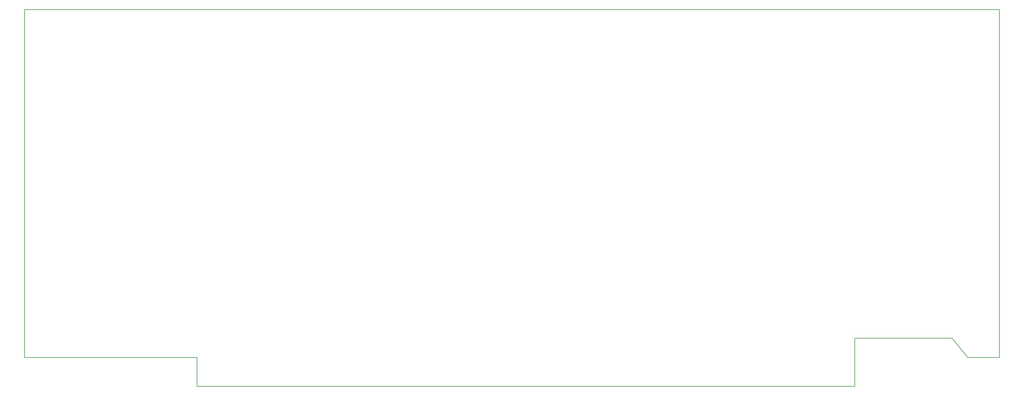
<source format=gbr>
G04 DipTrace 2.4.0.2*
%INBoardOutline.gbr*%
%MOIN*%
%ADD11C,0.0055*%
%FSLAX44Y44*%
G04*
G70*
G90*
G75*
G01*
%LNBoardOutline*%
%LPD*%
X23571Y7244D2*
D11*
X3937D1*
Y46949D1*
X114937D1*
Y7244D1*
X111343D1*
X109528Y9449D1*
X98453D1*
Y3937D1*
X23571D1*
Y7244D1*
M02*

</source>
